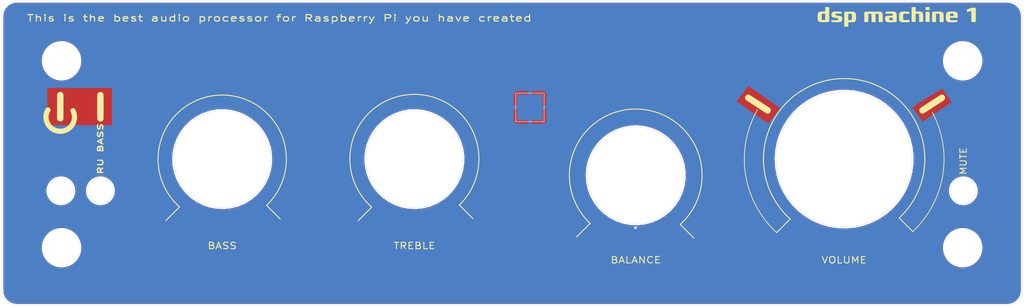
<source format=kicad_pcb>
(kicad_pcb (version 20211014) (generator pcbnew)
  (layers (0 "F.Cu" signal) (31 "B.Cu" signal) (34 "B.Paste" user) (35 "F.Paste" user) (36 "B.SilkS" user "B.Silkscreen") (37 "F.SilkS" user "F.Silkscreen") (38 "B.Mask" user) (39 "F.Mask" user) (44 "Edge.Cuts" user))
  (net 0 "")
  (net 1 "GND")
  (footprint "Mounting_Holes:MountingHole_3.2mm_M3" (layer "F.Cu") (at 74.7 101.3)
    (fp_text reference "REF**" hide)
    (fp_text value "MountingHole_3.2mm_M3")
    (pad "" np_thru_hole circle locked (at 0 0) (size 3.2 3.2) (drill 3.2) (layers *.Cu *.Mask "F.SilkS"))
  )
  (footprint "Mounting_Holes:MountingHole_3.2mm_M3" (layer "F.Cu") (at 74.7 130.2)
    (fp_text reference "REF**" hide)
    (fp_text value "MountingHole_3.2mm_M3")
    (pad "" np_thru_hole circle locked (at 0 0) (size 3.2 3.2) (drill 3.2) (layers *.Cu *.Mask "F.SilkS"))
  )
  (footprint "Mounting_Holes:MountingHole_3.2mm_M3" (layer "F.Cu") (at 213.8 130.2)
    (fp_text reference "REF**" hide)
    (fp_text value "MountingHole_3.2mm_M3")
    (pad "" np_thru_hole circle locked (at 0 0) (size 3.2 3.2) (drill 3.2) (layers *.Cu *.Mask "F.SilkS"))
  )
  (footprint "Mounting_Holes:MountingHole_3.2mm_M3" (layer "F.Cu") (at 213.8 101.3)
    (fp_text reference "REF**" hide)
    (fp_text value "MountingHole_3.2mm_M3")
    (pad "" np_thru_hole circle locked (at 0 0) (size 3.2 3.2) (drill 3.2) (layers *.Cu *.Mask "F.SilkS"))
  )
  (footprint "Сайт-сом:palka_Mask" (layer "F.Cu") (at 182.2 108 147)
    (fp_text reference "G***" hide)
    (fp_text value "LOGO" hide)
  )
  (footprint "Сайт-сом:palka" (layer "F.Cu") (at 182.2 108 147)
    (fp_text reference "G***" hide)
    (fp_text value "LOGO" hide)
    (fp_poly (pts (xy 0.225009 -0.475359) (xy 0.379716 -0.475186) (xy 0.532099 -0.474921) (xy 0.681196 -0.474565) (xy 0.826043 -0.47412) (xy 0.965677 -0.473582) (xy 1.099136 -0.472954) (xy 1.225457 -0.472234) (xy 1.343678 -0.471424) (xy 1.452834 -0.470523) (xy 1.551964 -0.469531) (xy 1.640104 -0.468449) (xy 1.716292 -0.467275) (xy 1.779565 -0.46601) (xy 1.82896 -0.464655) (xy 1.863513 -0.463209) (xy 1.882264 -0.461671) (xy 1.883833 -0.461396) (xy 1.968431 -0.435284) (xy 2.04558 -0.394861) (xy 2.113709 -0.341696) (xy 2.171252 -0.277355) (xy 2.216641 -0.203408) (xy 2.248307 -0.121421) (xy 2.256329 -0.0889) (xy 2.265453 -0.036273) (xy 2.268025 0.008989) (xy 2.264046 0.055137) (xy 2.256329 0.097367) (xy 2.230217 0.181965) (xy 2.189794 0.259113) (xy 2.136628 0.327243) (xy 2.072288 0.384786) (xy 1.99834 0.430174) (xy 1.916354 0.461841) (xy 1.883833 0.469863) (xy 1.868146 0.471368) (xy 1.836497 0.472784) (xy 1.789847 0.474109) (xy 1.729154 0.475345) (xy 1.65538 0.476491) (xy 1.569486 0.477548) (xy 1.47243 0.478515) (xy 1.365175 0.479393) (xy 1.24868 0.480182) (xy 1.123905 0.480881) (xy 0.991811 0.481492) (xy 0.853359 0.482014) (xy 0.709508 0.482447) (xy 0.561219 0.482792) (xy 0.409452 0.483048) (xy 0.255168 0.483216) (xy 0.099327 0.483295) (xy -0.05711 0.483287) (xy -0.213184 0.48319) (xy -0.367934 0.483006) (xy -0.520399 0.482734) (xy -0.669619 0.482375) (xy -0.814634 0.481927) (xy -0.954483 0.481393) (xy -1.088207 0.480771) (xy -1.214844 0.480062) (xy -1.333435 0.479267) (xy -1.443018 0.478384) (xy -1.542634 0.477414) (xy -1.631323 0.476358) (xy -1.708123 0.475215) (xy -1.772075 0.473986) (xy -1.822218 0.472671) (xy -1.857592 0.471269) (xy -1.877236 0.469782) (xy -1.8796 0.469391) (xy -1.959972 0.443954) (xy -2.035225 0.404381) (xy -2.102686 0.352731) (xy -2.159678 0.291061) (xy -2.203525 0.22143) (xy -2.204477 0.219508) (xy -2.227851 0.163496) (xy -2.246036 0.103046) (xy -2.257345 0.044669) (xy -2.260306 0.004233) (xy -2.255637 -0.047888) (xy -2.242754 -0.107235) (xy -2.223347 -0.167297) (xy -2.204477 -0.211042) (xy -2.160613 -0.281548) (xy -2.103574 -0.343638) (xy -2.035796 -0.39546) (xy -1.959713 -0.43516) (xy -1.87776 -0.460887) (xy -1.875367 -0.461396) (xy -1.859448 -0.462949) (xy -1.827559 -0.464411) (xy -1.780662 -0.465782) (xy -1.71972 -0.467063) (xy -1.645697 -0.468252) (xy -1.559556 -0.469351) (xy -1.462258 -0.470358) (xy -1.354767 -0.471275) (xy -1.238045 -0.472101) (xy -1.113056 -0.472836) (xy -0.980763 -0.47348) (xy -0.842128 -0.474033) (xy -0.698113 -0.474494) (xy -0.549683 -0.474866) (xy -0.3978 -0.475146) (xy -0.243426 -0.475336) (xy -0.087525 -0.475435) (xy 0.068942 -0.475443) (xy 0.225009 -0.475359)) (layer "F.SilkS") (width 0.01) (fill solid))
  )
  (footprint "Сайт-сом:palka" (layer "F.Cu") (at 209.1 107.994206 -147)
    (fp_text reference "G***" hide)
    (fp_text value "LOGO" hide)
    (fp_poly (pts (xy 0.225009 -0.475359) (xy 0.379716 -0.475186) (xy 0.532099 -0.474921) (xy 0.681196 -0.474565) (xy 0.826043 -0.47412) (xy 0.965677 -0.473582) (xy 1.099136 -0.472954) (xy 1.225457 -0.472234) (xy 1.343678 -0.471424) (xy 1.452834 -0.470523) (xy 1.551964 -0.469531) (xy 1.640104 -0.468449) (xy 1.716292 -0.467275) (xy 1.779565 -0.46601) (xy 1.82896 -0.464655) (xy 1.863513 -0.463209) (xy 1.882264 -0.461671) (xy 1.883833 -0.461396) (xy 1.968431 -0.435284) (xy 2.04558 -0.394861) (xy 2.113709 -0.341696) (xy 2.171252 -0.277355) (xy 2.216641 -0.203408) (xy 2.248307 -0.121421) (xy 2.256329 -0.0889) (xy 2.265453 -0.036273) (xy 2.268025 0.008989) (xy 2.264046 0.055137) (xy 2.256329 0.097367) (xy 2.230217 0.181965) (xy 2.189794 0.259113) (xy 2.136628 0.327243) (xy 2.072288 0.384786) (xy 1.99834 0.430174) (xy 1.916354 0.461841) (xy 1.883833 0.469863) (xy 1.868146 0.471368) (xy 1.836497 0.472784) (xy 1.789847 0.474109) (xy 1.729154 0.475345) (xy 1.65538 0.476491) (xy 1.569486 0.477548) (xy 1.47243 0.478515) (xy 1.365175 0.479393) (xy 1.24868 0.480182) (xy 1.123905 0.480881) (xy 0.991811 0.481492) (xy 0.853359 0.482014) (xy 0.709508 0.482447) (xy 0.561219 0.482792) (xy 0.409452 0.483048) (xy 0.255168 0.483216) (xy 0.099327 0.483295) (xy -0.05711 0.483287) (xy -0.213184 0.48319) (xy -0.367934 0.483006) (xy -0.520399 0.482734) (xy -0.669619 0.482375) (xy -0.814634 0.481927) (xy -0.954483 0.481393) (xy -1.088207 0.480771) (xy -1.214844 0.480062) (xy -1.333435 0.479267) (xy -1.443018 0.478384) (xy -1.542634 0.477414) (xy -1.631323 0.476358) (xy -1.708123 0.475215) (xy -1.772075 0.473986) (xy -1.822218 0.472671) (xy -1.857592 0.471269) (xy -1.877236 0.469782) (xy -1.8796 0.469391) (xy -1.959972 0.443954) (xy -2.035225 0.404381) (xy -2.102686 0.352731) (xy -2.159678 0.291061) (xy -2.203525 0.22143) (xy -2.204477 0.219508) (xy -2.227851 0.163496) (xy -2.246036 0.103046) (xy -2.257345 0.044669) (xy -2.260306 0.004233) (xy -2.255637 -0.047888) (xy -2.242754 -0.107235) (xy -2.223347 -0.167297) (xy -2.204477 -0.211042) (xy -2.160613 -0.281548) (xy -2.103574 -0.343638) (xy -2.035796 -0.39546) (xy -1.959713 -0.43516) (xy -1.87776 -0.460887) (xy -1.875367 -0.461396) (xy -1.859448 -0.462949) (xy -1.827559 -0.464411) (xy -1.780662 -0.465782) (xy -1.71972 -0.467063) (xy -1.645697 -0.468252) (xy -1.559556 -0.469351) (xy -1.462258 -0.470358) (xy -1.354767 -0.471275) (xy -1.238045 -0.472101) (xy -1.113056 -0.472836) (xy -0.980763 -0.47348) (xy -0.842128 -0.474033) (xy -0.698113 -0.474494) (xy -0.549683 -0.474866) (xy -0.3978 -0.475146) (xy -0.243426 -0.475336) (xy -0.087525 -0.475435) (xy 0.068942 -0.475443) (xy 0.225009 -0.475359)) (layer "F.SilkS") (width 0.01) (fill solid))
  )
  (footprint "Сайт-сом:palka_Mask" (layer "F.Cu") (at 209.1 107.994206 -147)
    (fp_text reference "G***" hide)
    (fp_text value "LOGO" hide)
  )
  (footprint "Сайт-сом:DSPM_1" (layer "F.Cu") (at 203.8 94.5)
    (fp_text reference "G***" hide)
    (fp_text value "LOGO" hide)
    (fp_poly (pts (xy 1.215072 -0.815244) (xy 1.416213 -0.801292) (xy 1.603375 -0.77981) (xy 1.778 -0.755585) (xy 1.778 -0.459269) (xy 1.455208 -0.472814) (xy 1.268665 -0.478112) (xy 1.120261 -0.476368) (xy 1.006321 -0.467164) (xy 0.923174 -0.450078) (xy 0.867145 -0.424692) (xy 0.842975 -0.402864) (xy 0.828966 -0.381378) (xy 0.818773 -0.352387) (xy 0.811806 -0.309402) (xy 0.807477 -0.245935) (xy 0.805198 -0.155497) (xy 0.804382 -0.031599) (xy 0.804333 0.023511) (xy 0.804687 0.160158) (xy 0.806162 0.260874) (xy 0.809375 0.332059) (xy 0.814943 0.380111) (xy 0.823484 0.41143) (xy 0.835615 0.432415) (xy 0.84478 0.442613) (xy 0.895077 0.471417) (xy 0.980479 0.491387) (xy 1.102549 0.50266) (xy 1.262852 0.505373) (xy 1.462955 0.499662) (xy 1.484846 0.498651) (xy 1.799167 0.483689) (xy 1.799167 0.779445) (xy 1.719792 0.792179) (xy 1.56206 0.812929) (xy 1.38494 0.828619) (xy 1.199262 0.838919) (xy 1.015856 0.8435) (xy 0.845551 0.842033) (xy 0.699177 0.834187) (xy 0.622344 0.825563) (xy 0.499008 0.801732) (xy 0.406527 0.768701) (xy 0.333633 0.721472) (xy 0.288342 0.677415) (xy 0.240482 0.612125) (xy 0.205344 0.542046) (xy 0.196988 0.514554) (xy 0.189277 0.453991) (xy 0.183819 0.361765) (xy 0.180526 0.246423) (xy 0.17931 0.116514) (xy 0.180082 -0.019417) (xy 0.182755 -0.15282) (xy 0.187239 -0.275149) (xy 0.193448 -0.377857) (xy 0.201292 -0.452395) (xy 0.207266 -0.48182) (xy 0.253762 -0.581452) (xy 0.324775 -0.67114) (xy 0.408526 -0.737104) (xy 0.43801 -0.751764) (xy 0.539048 -0.78165) (xy 0.674439 -0.803114) (xy 0.837019 -0.815983) (xy 1.019619 -0.820084) (xy 1.215072 -0.815244)) (layer "F.SilkS") (width 0.01) (fill solid))
    (fp_poly (pts (xy 6.459633 -0.807965) (xy 6.581689 -0.800056) (xy 6.678539 -0.786699) (xy 6.755867 -0.766923) (xy 6.819355 -0.739758) (xy 6.874687 -0.704234) (xy 6.909049 -0.676134) (xy 6.946284 -0.640665) (xy 6.976276 -0.603234) (xy 6.999797 -0.559007) (xy 7.017624 -0.503149) (xy 7.030531 -0.430826) (xy 7.039292 -0.337203) (xy 7.044682 -0.217446) (xy 7.047476 -0.066719) (xy 7.048447 0.119811) (xy 7.0485 0.19427) (xy 7.0485 0.804333) (xy 6.434667 0.804333) (xy 6.434667 0.214011) (xy 6.434461 0.03884) (xy 6.433649 -0.098971) (xy 6.431934 -0.204392) (xy 6.429021 -0.282394) (xy 6.424613 -0.33795) (xy 6.418416 -0.37603) (xy 6.410135 -0.401606) (xy 6.399472 -0.419649) (xy 6.39679 -0.423087) (xy 6.339437 -0.461597) (xy 6.245237 -0.482132) (xy 6.115777 -0.48446) (xy 6.023222 -0.477171) (xy 5.884333 -0.462298) (xy 5.884333 0.804333) (xy 5.269978 0.804333) (xy 5.275531 0.026458) (xy 5.281083 -0.751417) (xy 5.461 -0.779654) (xy 5.543454 -0.789078) (xy 5.659567 -0.797379) (xy 5.800674 -0.804138) (xy 5.958107 -0.808937) (xy 6.117167 -0.811317) (xy 6.306686 -0.811395) (xy 6.459633 -0.807965)) (layer "F.SilkS") (width 0.01) (fill solid))
    (fp_poly (pts (xy 2.7305 -0.830065) (xy 3.127375 -0.821936) (xy 3.268094 -0.818737) (xy 3.373983 -0.815112) (xy 3.452544 -0.810141) (xy 3.511277 -0.802906) (xy 3.557682 -0.792489) (xy 3.599261 -0.777972) (xy 3.642583 -0.75887) (xy 3.706625 -0.726743) (xy 3.758836 -0.692694) (xy 3.800414 -0.652228) (xy 3.832561 -0.600849) (xy 3.856474 -0.534062) (xy 3.873356 -0.44737) (xy 3.884404 -0.336279) (xy 3.890819 -0.196294) (xy 3.893801 -0.022918) (xy 3.894548 0.185208) (xy 3.894667 0.783166) (xy 3.280833 0.783166) (xy 3.280833 0.1905) (xy 3.281117 0.002491) (xy 3.280656 -0.147435) (xy 3.277482 -0.263509) (xy 3.269626 -0.349965) (xy 3.25512 -0.411034) (xy 3.231994 -0.45095) (xy 3.198281 -0.473943) (xy 3.152012 -0.484247) (xy 3.091218 -0.486095) (xy 3.013931 -0.483717) (xy 2.967916 -0.482251) (xy 2.741083 -0.47625) (xy 2.735477 0.153458) (xy 2.72987 0.783166) (xy 2.116667 0.783166) (xy 2.116667 -1.502834) (xy 2.7305 -1.502834) (xy 2.7305 -0.830065)) (layer "F.SilkS") (width 0.01) (fill solid))
    (fp_poly (pts (xy -9.338707 -0.817914) (xy -9.14693 -0.810212) (xy -8.955974 -0.794857) (xy -8.774325 -0.771868) (xy -8.757708 -0.769264) (xy -8.678333 -0.75659) (xy -8.678333 -0.493413) (xy -9.124418 -0.495415) (xy -9.273276 -0.495862) (xy -9.385486 -0.495373) (xy -9.466732 -0.493483) (xy -9.522697 -0.489725) (xy -9.559065 -0.483632) (xy -9.581519 -0.474738) (xy -9.595743 -0.462577) (xy -9.600668 -0.45633) (xy -9.624725 -0.399386) (xy -9.627909 -0.333674) (xy -9.613112 -0.271983) (xy -9.583222 -0.227108) (xy -9.545383 -0.211667) (xy -9.517916 -0.20897) (xy -9.457732 -0.201649) (xy -9.374049 -0.190861) (xy -9.287603 -0.179325) (xy -9.097598 -0.152025) (xy -8.945601 -0.125128) (xy -8.827418 -0.095662) (xy -8.738858 -0.06066) (xy -8.67573 -0.01715) (xy -8.63384 0.037835) (xy -8.608997 0.107267) (xy -8.597009 0.194114) (xy -8.593684 0.301345) (xy -8.593667 0.312248) (xy -8.59825 0.446956) (xy -8.613563 0.549229) (xy -8.641953 0.628127) (xy -8.685767 0.692711) (xy -8.694846 0.70284) (xy -8.738181 0.742884) (xy -8.788791 0.773975) (xy -8.852511 0.797292) (xy -8.935174 0.814013) (xy -9.042612 0.825318) (xy -9.18066 0.832386) (xy -9.355151 0.836395) (xy -9.355667 0.836403) (xy -9.488835 0.837871) (xy -9.612076 0.838312) (xy -9.717347 0.837771) (xy -9.796604 0.836289) (xy -9.841804 0.833908) (xy -9.8425 0.833829) (xy -9.899112 0.826876) (xy -9.981596 0.816341) (xy -10.073867 0.804282) (xy -10.091208 0.801985) (xy -10.265833 0.778794) (xy -10.265833 0.51694) (xy -9.800354 0.52561) (xy -9.630203 0.528408) (xy -9.497674 0.528734) (xy -9.398069 0.525128) (xy -9.326687 0.516134) (xy -9.27883 0.500294) (xy -9.249799 0.476149) (xy -9.234895 0.442241) (xy -9.229419 0.397113) (xy -9.228667 0.348238) (xy -9.229202 0.298662) (xy -9.234597 0.261802) (xy -9.250535 0.234863) (xy -9.2827 0.215051) (xy -9.336776 0.199572) (xy -9.418445 0.185631) (xy -9.533393 0.170434) (xy -9.609667 0.160926) (xy -9.78036 0.137596) (xy -9.914226 0.113799) (xy -10.016745 0.087486) (xy -10.093394 0.056609) (xy -10.14965 0.019121) (xy -10.190992 -0.027026) (xy -10.213622 -0.064865) (xy -10.23413 -0.13042) (xy -10.246588 -0.222936) (xy -10.250599 -0.32774) (xy -10.245763 -0.430155) (xy -10.231682 -0.515508) (xy -10.226354 -0.533401) (xy -10.174568 -0.624296) (xy -10.089489 -0.702223) (xy -9.979777 -0.75986) (xy -9.944264 -0.771831) (xy -9.834084 -0.794923) (xy -9.690772 -0.810288) (xy -9.522817 -0.817946) (xy -9.338707 -0.817914)) (layer "F.SilkS") (width 0.01) (fill solid))
    (fp_poly (pts (xy -2.887266 -0.804981) (xy -2.775769 -0.797473) (xy -2.68836 -0.784034) (xy -2.618981 -0.763526) (xy -2.561577 -0.734813) (xy -2.510089 -0.696758) (xy -2.481212 -0.670589) (xy -2.445922 -0.633556) (xy -2.417495 -0.593578) (xy -2.395203 -0.545814) (xy -2.378318 -0.485424) (xy -2.366112 -0.407568) (xy -2.357856 -0.307405) (xy -2.352822 -0.180094) (xy -2.350283 -0.020795) (xy -2.349509 0.175332) (xy -2.3495 0.204925) (xy -2.3495 0.804333) (xy -2.963333 0.804333) (xy -2.963333 -0.399095) (xy -3.019105 -0.442964) (xy -3.085555 -0.47457) (xy -3.182263 -0.487095) (xy -3.31257 -0.480836) (xy -3.367838 -0.474113) (xy -3.46075 -0.461392) (xy -3.453803 0.17147) (xy -3.446855 0.804333) (xy -4.062141 0.804333) (xy -4.068362 0.201807) (xy -4.070346 0.017816) (xy -4.072739 -0.128377) (xy -4.076536 -0.241302) (xy -4.082728 -0.325491) (xy -4.092312 -0.385473) (xy -4.106279 -0.42578) (xy -4.125624 -0.450942) (xy -4.151341 -0.465491) (xy -4.184423 -0.473957) (xy -4.217797 -0.479547) (xy -4.280557 -0.483893) (xy -4.364596 -0.482399) (xy -4.43329 -0.477152) (xy -4.572 -0.462298) (xy -4.572 0.804333) (xy -5.186355 0.804333) (xy -5.180803 0.026458) (xy -5.17525 -0.751417) (xy -4.995333 -0.779556) (xy -4.946515 -0.786462) (xy -4.89385 -0.792125) (xy -4.833089 -0.796626) (xy -4.759981 -0.800046) (xy -4.670276 -0.802467) (xy -4.559724 -0.803972) (xy -4.424073 -0.804642) (xy -4.259075 -0.804558) (xy -4.060478 -0.803804) (xy -3.824032 -0.80246) (xy -3.81 -0.802371) (xy -3.739149 -0.802325) (xy -3.635469 -0.80279) (xy -3.508457 -0.803697) (xy -3.367615 -0.804976) (xy -3.22244 -0.806559) (xy -3.20675 -0.806748) (xy -3.028908 -0.807694) (xy -2.887266 -0.804981)) (layer "F.SilkS") (width 0.01) (fill solid))
    (fp_poly (pts (xy -10.6045 0.761193) (xy -10.652125 0.771975) (xy -10.738693 0.786297) (xy -10.85823 0.798651) (xy -11.002487 0.80885) (xy -11.163217 0.816708) (xy -11.332169 0.822037) (xy -11.501095 0.824651) (xy -11.661745 0.824364) (xy -11.80587 0.820988) (xy -11.925223 0.814338) (xy -12.011552 0.804226) (xy -12.018641 0.802901) (xy -12.155825 0.75954) (xy -12.260948 0.689311) (xy -12.335456 0.591222) (xy -12.340167 0.582083) (xy -12.357631 0.545676) (xy -12.370758 0.51144) (xy -12.380168 0.472821) (xy -12.386478 0.423267) (xy -12.390306 0.356224) (xy -12.39227 0.26514) (xy -12.392989 0.143462) (xy -12.393083 0.021166) (xy -12.393083 0.013437) (xy -11.768667 0.013437) (xy -11.768643 0.16663) (xy -11.766269 0.282657) (xy -11.758086 0.366671) (xy -11.74064 0.423828) (xy -11.710473 0.459279) (xy -11.66413 0.478179) (xy -11.598154 0.48568) (xy -11.509088 0.486937) (xy -11.451167 0.486833) (xy -11.218333 0.486833) (xy -11.218333 -0.486834) (xy -11.449631 -0.486834) (xy -11.551535 -0.486378) (xy -11.619968 -0.483815) (xy -11.663789 -0.477347) (xy -11.691859 -0.465179) (xy -11.713039 -0.445516) (xy -11.724797 -0.431063) (xy -11.740376 -0.408533) (xy -11.75177 -0.382043) (xy -11.759626 -0.345019) (xy -11.764595 -0.290886) (xy -11.767325 -0.21307) (xy -11.768464 -0.104997) (xy -11.768667 0.013437) (xy -12.393083 0.013437) (xy -12.393083 -0.433917) (xy -12.329583 -0.560597) (xy -12.282409 -0.638286) (xy -12.224065 -0.70003) (xy -12.149713 -0.747411) (xy -12.054512 -0.782012) (xy -11.933621 -0.805416) (xy -11.782201 -0.819207) (xy -11.595412 -0.824966) (xy -11.519958 -0.825378) (xy -11.218333 -0.8255) (xy -11.218333 -1.502834) (xy -10.6045 -1.502834) (xy -10.6045 0.761193)) (layer "F.SilkS") (width 0.01) (fill solid))
    (fp_poly (pts (xy 8.646244 -0.810458) (xy 8.827403 -0.780579) (xy 8.971434 -0.733316) (xy 9.078888 -0.668532) (xy 9.150318 -0.586089) (xy 9.158342 -0.571443) (xy 9.197659 -0.465913) (xy 9.226811 -0.327138) (xy 9.244461 -0.163277) (xy 9.249414 -0.015875) (xy 9.249833 0.148166) (xy 8.043333 0.148166) (xy 8.043333 0.294797) (xy 8.044822 0.374152) (xy 8.051829 0.423852) (xy 8.068163 0.45654) (xy 8.097632 0.484857) (xy 8.101542 0.48801) (xy 8.120854 0.502532) (xy 8.141503 0.513526) (xy 8.169025 0.521325) (xy 8.208955 0.526263) (xy 8.266827 0.528672) (xy 8.348178 0.528887) (xy 8.458543 0.52724) (xy 8.603456 0.524065) (xy 8.673042 0.522425) (xy 9.186333 0.510256) (xy 9.186333 0.778359) (xy 9.096375 0.791618) (xy 8.915311 0.813542) (xy 8.714892 0.829693) (xy 8.506232 0.839782) (xy 8.300448 0.843522) (xy 8.108652 0.840625) (xy 7.941961 0.830802) (xy 7.872525 0.823337) (xy 7.745476 0.800872) (xy 7.64305 0.766937) (xy 7.562799 0.717359) (xy 7.50228 0.647968) (xy 7.459044 0.554591) (xy 7.430646 0.433058) (xy 7.414641 0.279198) (xy 7.408581 0.08884) (xy 7.408333 0.031749) (xy 7.412149 -0.177185) (xy 7.419278 -0.265546) (xy 8.043333 -0.265546) (xy 8.043333 -0.127) (xy 8.614833 -0.127) (xy 8.614715 -0.216959) (xy 8.605499 -0.331702) (xy 8.579552 -0.419674) (xy 8.538933 -0.475174) (xy 8.516932 -0.487842) (xy 8.469753 -0.497825) (xy 8.395782 -0.505035) (xy 8.31054 -0.507991) (xy 8.305576 -0.508) (xy 8.220947 -0.506382) (xy 8.166209 -0.499485) (xy 8.128978 -0.484251) (xy 8.09687 -0.45762) (xy 8.095288 -0.456046) (xy 8.066193 -0.420746) (xy 8.0504 -0.379595) (xy 8.044117 -0.318685) (xy 8.043333 -0.265546) (xy 7.419278 -0.265546) (xy 7.425949 -0.348217) (xy 7.45326 -0.485283) (xy 7.497607 -0.592318) (xy 7.56252 -0.673259) (xy 7.651523 -0.732042) (xy 7.768144 -0.772601) (xy 7.91591 -0.798874) (xy 8.098349 -0.814796) (xy 8.170333 -0.818618) (xy 8.427404 -0.823091) (xy 8.646244 -0.810458)) (layer "F.SilkS") (width 0.01) (fill solid))
    (fp_poly (pts (xy 4.8895 0.783166) (xy 4.275667 0.783166) (xy 4.275667 -0.783167) (xy 4.8895 -0.783167) (xy 4.8895 0.783166)) (layer "F.SilkS") (width 0.01) (fill solid))
    (fp_poly (pts (xy -7.231599 -0.812529) (xy -7.110994 -0.810644) (xy -7.017991 -0.80669) (xy -6.945234 -0.800159) (xy -6.885363 -0.790543) (xy -6.83102 -0.777335) (xy -6.818062 -0.773598) (xy -6.691442 -0.721398) (xy -6.597981 -0.646926) (xy -6.531965 -0.544669) (xy -6.504104 -0.470798) (xy -6.487224 -0.390018) (xy -6.474854 -0.278223) (xy -6.466982 -0.145047) (xy -6.463597 -0.00012) (xy -6.464689 0.146925) (xy -6.470244 0.286454) (xy -6.480252 0.408836) (xy -6.494701 0.504438) (xy -6.505317 0.544416) (xy -6.540415 0.625765) (xy -6.586596 0.690817) (xy -6.648557 0.741378) (xy -6.730997 0.779252) (xy -6.838613 0.806244) (xy -6.976104 0.824159) (xy -7.148166 0.834802) (xy -7.27075 0.838465) (xy -7.65175 0.846662) (xy -7.663382 1.524) (xy -8.276167 1.524) (xy -8.276167 0.392832) (xy -8.275878 0.178065) (xy -8.275049 -0.023723) (xy -8.273734 -0.20861) (xy -8.271987 -0.372674) (xy -8.270621 -0.462298) (xy -7.662333 -0.462298) (xy -7.662333 0.00874) (xy -7.661725 0.145873) (xy -7.660023 0.268562) (xy -7.657406 0.37056) (xy -7.654059 0.445617) (xy -7.650162 0.487483) (xy -7.648222 0.493888) (xy -7.618234 0.502664) (xy -7.55727 0.507628) (xy -7.476487 0.509081) (xy -7.387042 0.507322) (xy -7.300091 0.502652) (xy -7.226792 0.495371) (xy -7.178302 0.485778) (xy -7.167799 0.480974) (xy -7.137527 0.443623) (xy -7.115543 0.379532) (xy -7.101166 0.28465) (xy -7.093713 0.154926) (xy -7.09226 0.03175) (xy -7.095468 -0.134601) (xy -7.10481 -0.262449) (xy -7.120786 -0.355248) (xy -7.143897 -0.416452) (xy -7.160272 -0.438344) (xy -7.211354 -0.464998) (xy -7.29571 -0.48074) (xy -7.405494 -0.484731) (xy -7.523445 -0.477171) (xy -7.662333 -0.462298) (xy -8.270621 -0.462298) (xy -8.269863 -0.511996) (xy -8.267416 -0.622652) (xy -8.264702 -0.700722) (xy -8.261774 -0.742285) (xy -8.260292 -0.748128) (xy -8.220196 -0.760528) (xy -8.144431 -0.772674) (xy -8.039663 -0.784071) (xy -7.912555 -0.794226) (xy -7.769771 -0.802644) (xy -7.617975 -0.808832) (xy -7.463833 -0.812295) (xy -7.387167 -0.812852) (xy -7.231599 -0.812529)) (layer "F.SilkS") (width 0.01) (fill solid))
    (fp_poly (pts (xy 4.8895 -1.058334) (xy 4.275667 -1.058334) (xy 4.275667 -1.502834) (xy 4.8895 -1.502834) (xy 4.8895 -1.058334)) (layer "F.SilkS") (width 0.01) (fill solid))
    (fp_poly (pts (xy -0.874934 -0.812257) (xy -0.727693 -0.806215) (xy -0.610568 -0.794584) (xy -0.517512 -0.776223) (xy -0.442482 -0.749988) (xy -0.379431 -0.714736) (xy -0.329951 -0.676134) (xy -0.292391 -0.640275) (xy -0.262203 -0.602334) (xy -0.238594 -0.55742) (xy -0.220766 -0.500643) (xy -0.207926 -0.427112) (xy -0.199277 -0.331936) (xy -0.194023 -0.210225) (xy -0.191371 -0.057087) (xy -0.190523 0.132367) (xy -0.1905 0.181283) (xy -0.1905 0.778359) (xy -0.280458 0.791618) (xy -0.426219 0.809478) (xy -0.593107 0.823923) (xy -0.772267 0.834724) (xy -0.954841 0.841656) (xy -1.131973 0.84449) (xy -1.294806 0.842998) (xy -1.434485 0.836952) (xy -1.542152 0.826126) (xy -1.553458 0.824336) (xy -1.672163 0.797691) (xy -1.764153 0.759048) (xy -1.844751 0.701382) (xy -1.86822 0.680063) (xy -1.925709 0.614101) (xy -1.962789 0.539439) (xy -1.982905 0.445555) (xy -1.989501 0.321924) (xy -1.989512 0.319011) (xy -1.354667 0.319011) (xy -1.351455 0.400005) (xy -1.337692 0.457143) (xy -1.307181 0.494527) (xy -1.253729 0.516255) (xy -1.171141 0.526428) (xy -1.053224 0.529146) (xy -1.037167 0.529166) (xy -0.804333 0.529166) (xy -0.804333 0.127) (xy -1.046238 0.127) (xy -1.166232 0.12836) (xy -1.250288 0.135086) (xy -1.304775 0.151145) (xy -1.336067 0.180502) (xy -1.350534 0.227124) (xy -1.354548 0.294978) (xy -1.354667 0.319011) (xy -1.989512 0.319011) (xy -1.989549 0.309372) (xy -1.981325 0.16807) (xy -1.954982 0.059309) (xy -1.908406 -0.023562) (xy -1.871264 -0.062405) (xy -1.824109 -0.096791) (xy -1.766841 -0.123314) (xy -1.693817 -0.142866) (xy -1.599393 -0.156339) (xy -1.477923 -0.164625) (xy -1.323765 -0.168617) (xy -1.194875 -0.169334) (xy -0.804333 -0.169334) (xy -0.804333 -0.283406) (xy -0.811846 -0.373789) (xy -0.836255 -0.435603) (xy -0.844938 -0.447447) (xy -0.859237 -0.463893) (xy -0.875603 -0.476234) (xy -0.899785 -0.485023) (xy -0.93753 -0.490813) (xy -0.994588 -0.494156) (xy -1.076706 -0.495605) (xy -1.189632 -0.495712) (xy -1.339115 -0.495029) (xy -1.339946 -0.495025) (xy -1.477764 -0.49368) (xy -1.604062 -0.491285) (xy -1.71169 -0.488068) (xy -1.7935 -0.484257) (xy -1.842343 -0.48008) (xy -1.849675 -0.478746) (xy -1.905 -0.464861) (xy -1.905 -0.757238) (xy -1.688042 -0.785299) (xy -1.594606 -0.794479) (xy -1.470636 -0.802457) (xy -1.327925 -0.808698) (xy -1.178266 -0.812669) (xy -1.058333 -0.813855) (xy -0.874934 -0.812257)) (layer "F.SilkS") (width 0.01) (fill solid))
    (fp_poly (pts (xy 12.022667 -1.397) (xy 12.022667 0.804333) (xy 11.345333 0.804333) (xy 11.345333 -0.0635) (xy 11.344941 -0.250528) (xy 11.34382 -0.423722) (xy 11.342057 -0.578658) (xy 11.339735 -0.710909) (xy 11.336941 -0.816051) (xy 11.333758 -0.889657) (xy 11.330272 -0.927303) (xy 11.328665 -0.931334) (xy 11.303828 -0.924923) (xy 11.246143 -0.907226) (xy 11.162854 -0.88055) (xy 11.061206 -0.847198) (xy 10.996083 -0.8255) (xy 10.888033 -0.789426) (xy 10.795105 -0.758633) (xy 10.724242 -0.735404) (xy 10.682387 -0.722021) (xy 10.674085 -0.719667) (xy 10.671502 -0.739322) (xy 10.669463 -0.792239) (xy 10.668236 -0.869348) (xy 10.668 -0.926273) (xy 10.668 -1.132878) (xy 11.011958 -1.26545) (xy 11.355917 -1.398022) (xy 12.022667 -1.397)) (layer "F.SilkS") (width 0.01) (fill solid))
  )
  (footprint "Сайт-сом:palka" (layer "F.Cu") (at 80.7 108.4 90)
    (fp_text reference "G***" hide)
    (fp_text value "LOGO" hide)
    (fp_poly (pts (xy 0.225009 -0.475359) (xy 0.379716 -0.475186) (xy 0.532099 -0.474921) (xy 0.681196 -0.474565) (xy 0.826043 -0.47412) (xy 0.965677 -0.473582) (xy 1.099136 -0.472954) (xy 1.225457 -0.472234) (xy 1.343678 -0.471424) (xy 1.452834 -0.470523) (xy 1.551964 -0.469531) (xy 1.640104 -0.468449) (xy 1.716292 -0.467275) (xy 1.779565 -0.46601) (xy 1.82896 -0.464655) (xy 1.863513 -0.463209) (xy 1.882264 -0.461671) (xy 1.883833 -0.461396) (xy 1.968431 -0.435284) (xy 2.04558 -0.394861) (xy 2.113709 -0.341696) (xy 2.171252 -0.277355) (xy 2.216641 -0.203408) (xy 2.248307 -0.121421) (xy 2.256329 -0.0889) (xy 2.265453 -0.036273) (xy 2.268025 0.008989) (xy 2.264046 0.055137) (xy 2.256329 0.097367) (xy 2.230217 0.181965) (xy 2.189794 0.259113) (xy 2.136628 0.327243) (xy 2.072288 0.384786) (xy 1.99834 0.430174) (xy 1.916354 0.461841) (xy 1.883833 0.469863) (xy 1.868146 0.471368) (xy 1.836497 0.472784) (xy 1.789847 0.474109) (xy 1.729154 0.475345) (xy 1.65538 0.476491) (xy 1.569486 0.477548) (xy 1.47243 0.478515) (xy 1.365175 0.479393) (xy 1.24868 0.480182) (xy 1.123905 0.480881) (xy 0.991811 0.481492) (xy 0.853359 0.482014) (xy 0.709508 0.482447) (xy 0.561219 0.482792) (xy 0.409452 0.483048) (xy 0.255168 0.483216) (xy 0.099327 0.483295) (xy -0.05711 0.483287) (xy -0.213184 0.48319) (xy -0.367934 0.483006) (xy -0.520399 0.482734) (xy -0.669619 0.482375) (xy -0.814634 0.481927) (xy -0.954483 0.481393) (xy -1.088207 0.480771) (xy -1.214844 0.480062) (xy -1.333435 0.479267) (xy -1.443018 0.478384) (xy -1.542634 0.477414) (xy -1.631323 0.476358) (xy -1.708123 0.475215) (xy -1.772075 0.473986) (xy -1.822218 0.472671) (xy -1.857592 0.471269) (xy -1.877236 0.469782) (xy -1.8796 0.469391) (xy -1.959972 0.443954) (xy -2.035225 0.404381) (xy -2.102686 0.352731) (xy -2.159678 0.291061) (xy -2.203525 0.22143) (xy -2.204477 0.219508) (xy -2.227851 0.163496) (xy -2.246036 0.103046) (xy -2.257345 0.044669) (xy -2.260306 0.004233) (xy -2.255637 -0.047888) (xy -2.242754 -0.107235) (xy -2.223347 -0.167297) (xy -2.204477 -0.211042) (xy -2.160613 -0.281548) (xy -2.103574 -0.343638) (xy -2.035796 -0.39546) (xy -1.959713 -0.43516) (xy -1.87776 -0.460887) (xy -1.875367 -0.461396) (xy -1.859448 -0.462949) (xy -1.827559 -0.464411) (xy -1.780662 -0.465782) (xy -1.71972 -0.467063) (xy -1.645697 -0.468252) (xy -1.559556 -0.469351) (xy -1.462258 -0.470358) (xy -1.354767 -0.471275) (xy -1.238045 -0.472101) (xy -1.113056 -0.472836) (xy -0.980763 -0.47348) (xy -0.842128 -0.474033) (xy -0.698113 -0.474494) (xy -0.549683 -0.474866) (xy -0.3978 -0.475146) (xy -0.243426 -0.475336) (xy -0.087525 -0.475435) (xy 0.068942 -0.475443) (xy 0.225009 -0.475359)) (layer "F.SilkS") (width 0.01) (fill solid))
  )
  (footprint "Сайт-сом:palka_Mask" (layer "F.Cu") (at 80.7 108.4 90)
    (fp_text reference "G***" hide)
    (fp_text value "LOGO" hide)
  )
  (footprint "Сайт-сом:palka" (layer "F.Cu") (at 74.5 108.4 90)
    (fp_text reference "G***" hide)
    (fp_text value "LOGO" hide)
    (fp_poly (pts (xy 0.225009 -0.475359) (xy 0.379716 -0.475186) (xy 0.532099 -0.474921) (xy 0.681196 -0.474565) (xy 0.826043 -0.47412) (xy 0.965677 -0.473582) (xy 1.099136 -0.472954) (xy 1.225457 -0.472234) (xy 1.343678 -0.471424) (xy 1.452834 -0.470523) (xy 1.551964 -0.469531) (xy 1.640104 -0.468449) (xy 1.716292 -0.467275) (xy 1.779565 -0.46601) (xy 1.82896 -0.464655) (xy 1.863513 -0.463209) (xy 1.882264 -0.461671) (xy 1.883833 -0.461396) (xy 1.968431 -0.435284) (xy 2.04558 -0.394861) (xy 2.113709 -0.341696) (xy 2.171252 -0.277355) (xy 2.216641 -0.203408) (xy 2.248307 -0.121421) (xy 2.256329 -0.0889) (xy 2.265453 -0.036273) (xy 2.268025 0.008989) (xy 2.264046 0.055137) (xy 2.256329 0.097367) (xy 2.230217 0.181965) (xy 2.189794 0.259113) (xy 2.136628 0.327243) (xy 2.072288 0.384786) (xy 1.99834 0.430174) (xy 1.916354 0.461841) (xy 1.883833 0.469863) (xy 1.868146 0.471368) (xy 1.836497 0.472784) (xy 1.789847 0.474109) (xy 1.729154 0.475345) (xy 1.65538 0.476491) (xy 1.569486 0.477548) (xy 1.47243 0.478515) (xy 1.365175 0.479393) (xy 1.24868 0.480182) (xy 1.123905 0.480881) (xy 0.991811 0.481492) (xy 0.853359 0.482014) (xy 0.709508 0.482447) (xy 0.561219 0.482792) (xy 0.409452 0.483048) (xy 0.255168 0.483216) (xy 0.099327 0.483295) (xy -0.05711 0.483287) (xy -0.213184 0.48319) (xy -0.367934 0.483006) (xy -0.520399 0.482734) (xy -0.669619 0.482375) (xy -0.814634 0.481927) (xy -0.954483 0.481393) (xy -1.088207 0.480771) (xy -1.214844 0.480062) (xy -1.333435 0.479267) (xy -1.443018 0.478384) (xy -1.542634 0.477414) (xy -1.631323 0.476358) (xy -1.708123 0.475215) (xy -1.772075 0.473986) (xy -1.822218 0.472671) (xy -1.857592 0.471269) (xy -1.877236 0.469782) (xy -1.8796 0.469391) (xy -1.959972 0.443954) (xy -2.035225 0.404381) (xy -2.102686 0.352731) (xy -2.159678 0.291061) (xy -2.203525 0.22143) (xy -2.204477 0.219508) (xy -2.227851 0.163496) (xy -2.246036 0.103046) (xy -2.257345 0.044669) (xy -2.260306 0.004233) (xy -2.255637 -0.047888) (xy -2.242754 -0.107235) (xy -2.223347 -0.167297) (xy -2.204477 -0.211042) (xy -2.160613 -0.281548) (xy -2.103574 -0.343638) (xy -2.035796 -0.39546) (xy -1.959713 -0.43516) (xy -1.87776 -0.460887) (xy -1.875367 -0.461396) (xy -1.859448 -0.462949) (xy -1.827559 -0.464411) (xy -1.780662 -0.465782) (xy -1.71972 -0.467063) (xy -1.645697 -0.468252) (xy -1.559556 -0.469351) (xy -1.462258 -0.470358) (xy -1.354767 -0.471275) (xy -1.238045 -0.472101) (xy -1.113056 -0.472836) (xy -0.980763 -0.47348) (xy -0.842128 -0.474033) (xy -0.698113 -0.474494) (xy -0.549683 -0.474866) (xy -0.3978 -0.475146) (xy -0.243426 -0.475336) (xy -0.087525 -0.475435) (xy 0.068942 -0.475443) (xy 0.225009 -0.475359)) (layer "F.SilkS") (width 0.01) (fill solid))
  )
  (footprint "Сайт-сом:palka_Mask" (layer "F.Cu") (at 74.5 108.4 90)
    (fp_text reference "G***" hide)
    (fp_text value "LOGO" hide)
  )
  (footprint "TestPoint:TestPoint_Pad_4.0x4.0mm" (layer "B.Cu") (at 147 108.5)
    (fp_text reference "TP3" hide)
    (fp_text value "TestPoint")
    (fp_line (start 2.2 2.2) (end 2.2 -2.2) (layer "B.SilkS") (width 0.12))
    (fp_line (start -2.2 -2.2) (end -2.2 2.2) (layer "B.SilkS") (width 0.12))
    (fp_line (start -2.2 2.2) (end 2.2 2.2) (layer "B.SilkS") (width 0.12))
    (fp_line (start 2.2 -2.2) (end -2.2 -2.2) (layer "B.SilkS") (width 0.12))
    (pad "1" smd rect locked (at 0 0) (size 4 4) (layers "B.Cu" "B.Mask") (net 1 "GND"))
  )
  (gr_arc (start 92.909487 123.889865) (mid 99.323316 106.599811) (end 106.349999 123.649999) (layer "F.SilkS") (width 0.15))
  (gr_arc (start 187.175453 125.760771) (mid 195.381014 104.048261) (end 203.999999 125.599999) (layer "F.SilkS") (width 0.15))
  (gr_line (start 204 125.6) (end 206.1 127.7) (layer "F.SilkS") (width 0.15))
  (gr_arc (start 122.58269 123.922943) (mid 128.928788 106.493242) (end 136.1 123.6) (layer "F.SilkS") (width 0.15))
  (gr_arc (start 156.295513 126.441789) (mid 163.449869 108.75805) (end 170.2 126.6) (layer "F.SilkS") (width 0.15))
  (gr_line (start 170.2 126.6) (end 172.3 128.7) (layer "F.SilkS") (width 0.15))
  (gr_line (start 136.1 123.6) (end 138.2 125.7) (layer "F.SilkS") (width 0.15))
  (gr_line (start 106.349999 123.649999) (end 108.449999 125.749999) (layer "F.SilkS") (width 0.15))
  (gr_line (start 90.8 126) (end 92.9 123.9) (layer "F.SilkS") (width 0.15))
  (gr_line (start 120.48269 126.022943) (end 122.58269 123.922943) (layer "F.SilkS") (width 0.15))
  (gr_line (start 154.195513 128.541789) (end 156.295513 126.441789) (layer "F.SilkS") (width 0.15))
  (gr_line (start 185.075453 127.860771) (end 187.175453 125.760771) (layer "F.SilkS") (width 0.15))
  (gr_arc (start 209.100804 109.232395) (mid 210.72113 118.973285) (end 206.099999 127.699999) (layer "F.SilkS") (width 0.12))
  (gr_arc (start 185.067641 127.83516) (mid 180.280592 118.885284) (end 182.100001 108.900001) (layer "F.SilkS") (width 0.12))
  (gr_arc (start 76.464245 109.019318) (mid 74.432243 112.194403) (end 72.600001 108.900001) (layer "F.SilkS") (width 0.8))
  (gr_circle (center 163.333332 119) (end 170.833332 119) (layer "Edge.Cuts") (width 0.05) (fill none))
  (gr_circle (center 129.166666 116.5) (end 136.666666 116.5) (layer "Edge.Cuts") (width 0.05) (fill none))
  (gr_circle (center 99.5 116.5) (end 107 116.5) (layer "Edge.Cuts") (width 0.05) (fill none))
  (gr_arc (start 65.5 94.4) (mid 66.173654 92.773654) (end 67.8 92.1) (layer "Edge.Cuts") (width 0.05))
  (gr_arc (start 67.8 139.1) (mid 66.173654 138.426346) (end 65.5 136.8) (layer "Edge.Cuts") (width 0.05))
  (gr_arc (start 223 136.8) (mid 222.326346 138.426346) (end 220.7 139.1) (layer "Edge.Cuts") (width 0.05))
  (gr_arc (start 220.7 92.1) (mid 222.326346 92.773654) (end 223 94.4) (layer "Edge.Cuts") (width 0.05))
  (gr_circle (center 80.7 121.4) (end 82.7 121.4) (layer "Edge.Cuts") (width 0.05) (fill none))
  (gr_circle (center 74.6 121.4) (end 76.6 121.4) (layer "Edge.Cuts") (width 0.05) (fill none))
  (gr_line (start 223 94.4) (end 223 136.8) (layer "Edge.Cuts") (width 0.05))
  (gr_line (start 65.5 136.8) (end 65.5 94.4) (layer "Edge.Cuts") (width 0.05))
  (gr_line (start 67.8 92.1) (end 220.7 92.1) (layer "Edge.Cuts") (width 0.05))
  (gr_line (start 67.8 139.1) (end 220.7 139.1) (layer "Edge.Cuts") (width 0.05))
  (gr_circle (center 213.9 121.4) (end 215.9 121.4) (layer "Edge.Cuts") (width 0.05) (fill none))
  (gr_circle (center 195.5 116.5) (end 206 116.5) (layer "Edge.Cuts") (width 0.05) (fill none))
  (gr_text "This is the best audio processor for Raspberry Pi you have created" (at 108.3 94.7) (layer "F.SilkS") (effects (font (size 1 1.5) (thickness 0.17))))
  (gr_text "BASS" (at 99.5 129.9) (layer "F.SilkS") (effects (font (size 1 1.2))))
  (gr_text "TREBLE" (at 129.166666 129.9) (layer "F.SilkS") (effects (font (size 1 1.2))))
  (gr_text "BALANCE" (at 163.333332 132.1) (layer "F.SilkS") (effects (font (size 1 1.2))))
  (gr_text "VOLUME" (at 195.5 132.1) (layer "F.SilkS") (effects (font (size 1 1.2))))
  (gr_text "RU BASS" (at 80.7 114.9 90) (layer "F.SilkS") (effects (font (size 0.8 1.2) (thickness 0.2))))
  (gr_text "MUTE" (at 213.9 116.8 90) (layer "F.SilkS") (effects (font (size 1 1.1))))
  (via (at 163.3 127.1) (size 0.8) (drill 0.4) (layers "F.Cu" "B.Cu") (net 1))
  (zone (net 0) (net_name "") (layer "F.Cu") (connect_pads (clearance 0)) (min_thickness 0.254)
    (keepout (tracks allowed) (vias allowed) (pads allowed) (copperpour not_allowed) (footprints allowed))
    (fill (thermal_gap 0.508) (thermal_bridge_width 0.508))
    (polygon (pts (xy 81.1 106.35) (xy 81.175 106.5) (xy 81.175 110.325) (xy 81.104106 110.476916) (xy 81 110.6) (xy 80.8 110.7) (xy 80.6 110.7) (xy 80.425 110.6) (xy 80.3 110.475) (xy 80.225 110.325) (xy 80.225 106.525) (xy 80.305474 106.352555) (xy 80.4 106.25) (xy 80.575 106.15) (xy 80.85 106.15) (xy 81 106.25)))
  )
  (zone (net 1) (net_name "GND") (layer "F.Cu") (connect_pads (clearance 0.2)) (min_thickness 0.2) (fill yes (thermal_gap 0.508) (thermal_bridge_width 0.508))
    (polygon (pts (xy 223.1 139.5) (xy 65.2 139.5) (xy 65.4 92) (xy 223.1 91.9)))
  )
  (zone (net 0) (net_name "") (layer "F.Cu") (connect_pads (clearance 0)) (min_thickness 0.254)
    (keepout (tracks allowed) (vias allowed) (pads allowed) (copperpour not_allowed) (footprints allowed))
    (fill (thermal_gap 0.508) (thermal_bridge_width 0.508))
    (polygon (pts (xy 74.9 106.325) (xy 74.975 106.475) (xy 74.975 110.3) (xy 74.904106 110.451916) (xy 74.8 110.575) (xy 74.6 110.675) (xy 74.4 110.675) (xy 74.225 110.575) (xy 74.1 110.45) (xy 74.025 110.3) (xy 74.025 106.5) (xy 74.105474 106.327555) (xy 74.2 106.225) (xy 74.375 106.125) (xy 74.65 106.125) (xy 74.8 106.225)))
  )
  (zone (net 0) (net_name "") (layer "F.Cu") (connect_pads (clearance 0)) (min_thickness 0.254)
    (keepout (tracks allowed) (vias allowed) (pads allowed) (copperpour not_allowed) (footprints allowed))
    (fill (thermal_gap 0.508) (thermal_bridge_width 0.508))
    (polygon (pts (xy 210.67 106.55) (xy 210.76 106.57) (xy 210.83 106.6) (xy 210.89 106.64) (xy 210.97 106.72) (xy 211.03 106.81) (xy 211.07 106.97) (xy 211.07 107.05) (xy 211.06 107.13) (xy 211.03 107.22) (xy 210.99 107.29) (xy 210.93 107.37) (xy 207.78 109.41) (xy 207.69 109.44) (xy 207.6 109.45) (xy 207.51 109.44) (xy 207.43 109.42) (xy 207.33 109.38) (xy 207.24 109.3) (xy 207.18 109.21) (xy 207.14 109.11) (xy 207.12 108.98) (xy 207.12 108.89) (xy 207.15 108.79) (xy 207.19 108.71) (xy 207.26 108.62) (xy 210.41 106.57) (xy 210.5 106.55) (xy 210.59 106.54)))
  )
  (zone (net 0) (net_name "") (layer "F.Cu") (connect_pads (clearance 0)) (min_thickness 0.254)
    (keepout (tracks allowed) (vias allowed) (pads allowed) (copperpour not_allowed) (footprints allowed))
    (fill (thermal_gap 0.508) (thermal_bridge_width 0.508))
    (polygon (pts (xy 183.98 108.57) (xy 184.047692 108.63) (xy 184.13 108.76) (xy 184.17 108.86) (xy 184.18 108.95) (xy 184.17 109.05) (xy 184.15 109.14) (xy 184.11 109.22) (xy 184.05 109.3) (xy 183.97 109.36) (xy 183.9 109.4) (xy 183.83 109.43) (xy 183.76 109.44) (xy 183.680242 109.445897) (xy 183.58 109.44) (xy 183.51 109.42) (xy 180.37 107.37) (xy 180.31 107.3) (xy 180.24 107.16) (xy 180.22 107.05) (xy 180.22 106.97) (xy 180.240756 106.880182) (xy 180.27 106.8) (xy 180.34 106.7) (xy 180.4 106.65) (xy 180.46267 106.6) (xy 180.56 106.56) (xy 180.7 106.54) (xy 180.85 106.55)))
  )
  (zone (net 1) (net_name "GND") (layer "B.Cu") (connect_pads (clearance 0.2)) (min_thickness 0.2) (fill yes (thermal_gap 0.508) (thermal_bridge_width 0.508))
    (polygon (pts (xy 223.1 139.5) (xy 65.2 139.5) (xy 65.4 92) (xy 223.1 91.9)))
  )
  (zone (net 0) (net_name "") (layer "B.Cu") (connect_pads (clearance 0)) (min_thickness 0.254)
    (keepout (tracks allowed) (vias allowed) (pads allowed) (copperpour not_allowed) (footprints allowed))
    (fill (thermal_gap 0.508) (thermal_bridge_width 0.508))
    (polygon (pts (xy 185.6 108.6) (xy 183.8 111) (xy 178.9 107.6) (xy 180.7 105.2)))
  )
  (zone (net 0) (net_name "") (layer "B.Cu") (connect_pads (clearance 0)) (min_thickness 0.254)
    (keepout (tracks allowed) (vias allowed) (pads allowed) (copperpour not_allowed) (footprints allowed))
    (fill (thermal_gap 0.508) (thermal_bridge_width 0.508))
    (polygon (pts (xy 212.1 107.7) (xy 207.6 110.7) (xy 206 108.5) (xy 210.6 105.6)))
  )
  (zone (net 0) (net_name "") (layer "B.Cu") (connect_pads (clearance 0)) (min_thickness 0.254)
    (keepout (tracks allowed) (vias allowed) (pads allowed) (copperpour not_allowed) (footprints allowed))
    (fill (thermal_gap 0.508) (thermal_bridge_width 0.508))
    (polygon (pts (xy 82.5 111.25) (xy 72.5 111.25) (xy 72.5 105.5) (xy 82.5 105.5)))
  )
)
</source>
